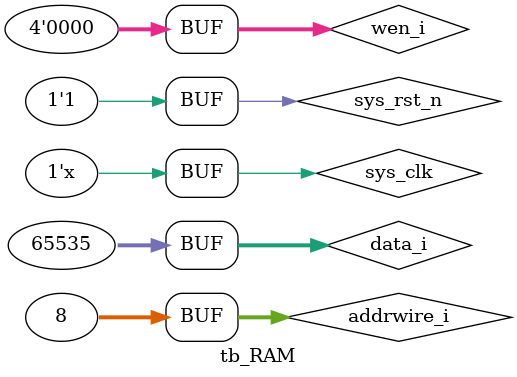
<source format=v>
`timescale 1ns/1ns 

module tb_RAM ();

parameter CLK_PERIOD = 20;
parameter DIV_CLK = 25;

reg         sys_clk;        
reg         sys_rst_n;

reg [31:0]      addrwire_i;
reg [31:0]      data_i;
reg [3:0]       wen_i;


wire [31:0]     data_o;

initial begin
    sys_clk     <= 1'b0;
    sys_rst_n   <= 1'b0;
    #110
    sys_rst_n   <= 1'b1;

    addrwire_i  <= 32'b0;
    data_i      <= 32'h000f000f;
    wen_i       <= 4'b1011;

    #20
    addrwire_i  <= 32'h4;
    data_i      <= 32'h55555555;    
    wen_i       <= 4'b0011;

    #20
    addrwire_i  <= 32'h8;
    data_i      <= 32'h00004567;
    wen_i       <= 4'b0011;

    #20
    addrwire_i  <= 32'h0a;
    data_i      <= 32'h0f0f0f0f;
    wen_i       <= 4'b1100;

    #20
    addrwire_i  <= 32'h16;
    data_i      <= 32'h0000ffff;
    wen_i       <= 4'b1111;

    #20
    addrwire_i  <= 32'h0;
    wen_i       <= 4'b0000;

    #20
    addrwire_i  <= 32'h4;
    wen_i       <= 4'b0000;

    #20
    addrwire_i  <= 32'h8;
    wen_i       <= 4'b0000;
end


always  #(CLK_PERIOD / 2)   sys_clk  =  ~sys_clk;

RAM #(128) u_RAM (
    .clk_i                       (sys_clk    ),      // Ê±ÖÓ
    .rst_i                       (~sys_rst_n ),      // ¸´Î»
    .addrwire_i                  (addrwire_i ),      // ¶ÁÐ´µØÖ·
    .data_i                      (data_i     ),      // Ð´Êý¾Ý
    .wen_i                       (wen_i      ),      // Ð´Ê¹ÄÜ

    .data_o                      (data_o     )
);

endmodule
</source>
